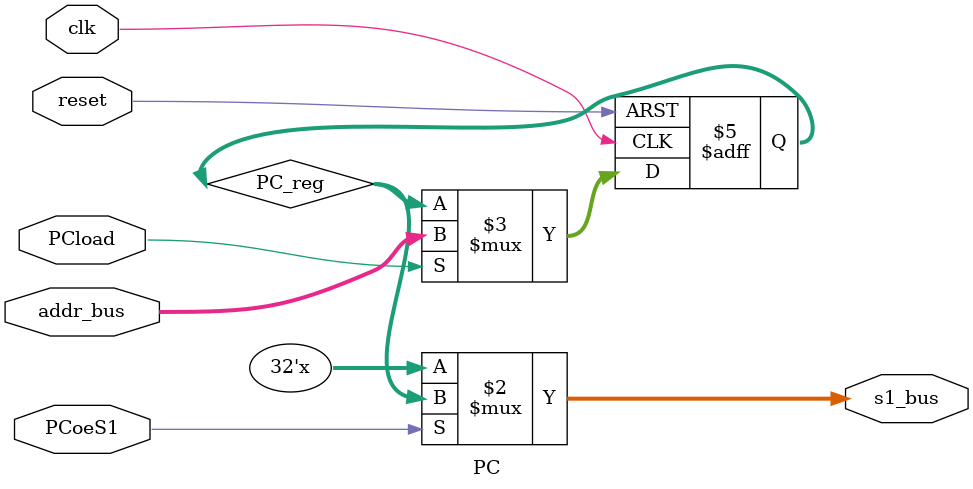
<source format=v>
`timescale 1ns / 1ps

module PC(clk,reset,PCoeS1,PCload, addr_bus, s1_bus);
    input clk;
    input reset;
    input PCoeS1;
    input PCload;
    
    input[31:0] addr_bus;
    output[31:0] s1_bus;
    
    reg[31:0] PC_reg;
    
    always@(posedge clk or posedge reset)
    begin
        if (reset)
            PC_reg <= 32'b0;
        else if (PCload)
            PC_reg <= addr_bus;
    end
    
    assign s1_bus = PCoeS1 ? PC_reg : 32'bz;
      
endmodule

</source>
